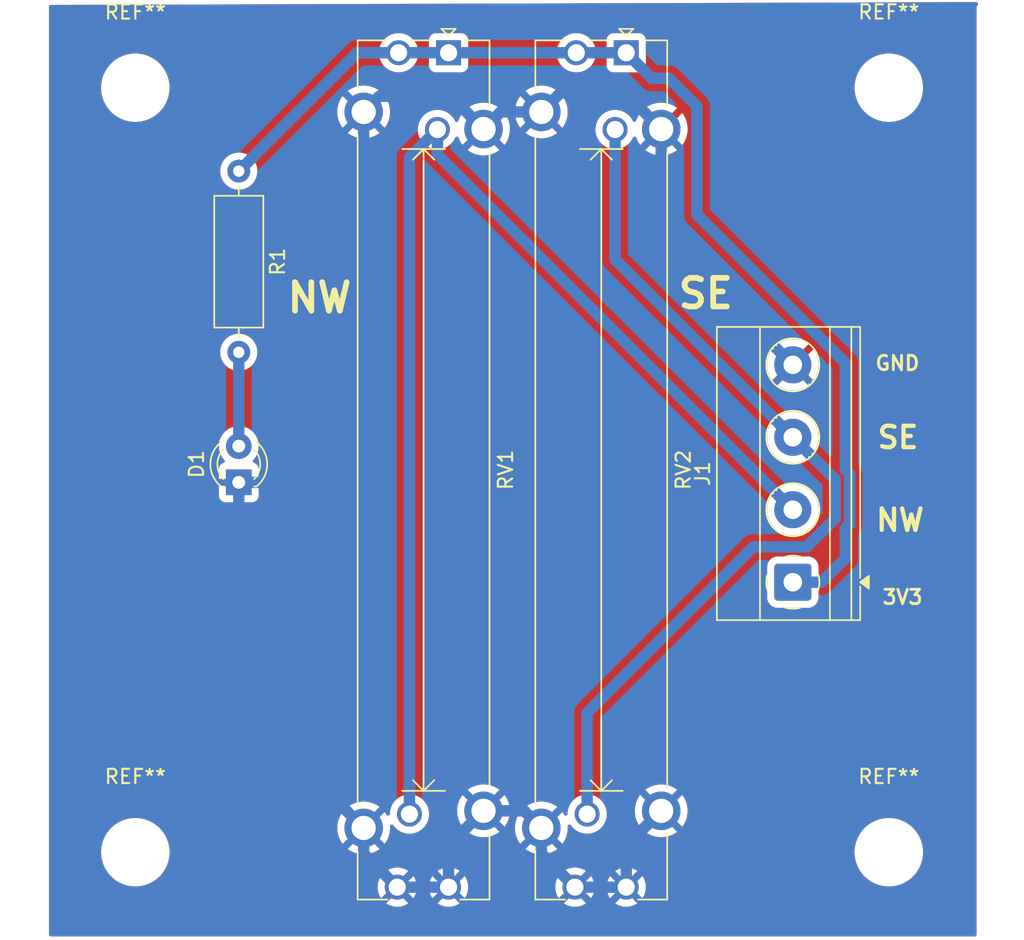
<source format=kicad_pcb>
(kicad_pcb (version 20241229) (generator "pcbnew") (generator_version "9.0")
  (layers (0 "F.Cu" signal) (2 "B.Cu" signal) (13 "F.Paste" user) (15 "B.Paste" user) (5 "F.SilkS" user "F.Silkscreen") (7 "B.SilkS" user "B.Silkscreen") (1 "F.Mask" user) (3 "B.Mask" user) (25 "Edge.Cuts" user))
  (net 0 "")
  (net 1 "+3.3V")
  (net 2 "Net-(J1-Pin_2)")
  (net 3 "Net-(J1-Pin_3)")
  (net 4 "GNDREF")
  (net 5 "Net-(D1-A)")
  (footprint "MountingHole:MountingHole_4.3mm_M4" (layer "F.Cu") (at 122.6 123.1)
    (property "Reference" "REF**" (at 0 -5.3 0) (layer "F.SilkS"))
    (property "Value" "MountingHole_4.3mm_M4")
    (pad "" np_thru_hole circle (at 0 0) (size 4.3 4.3) (drill 4.3) (layers "*.Cu" "*.Mask"))
  )
  (footprint "Potentiometer_THT:Potentiometer_Bourns_PTA4543_Single_Slide" (layer "F.Cu") (at 144.55 67.05 -90)
    (property "Reference" "RV1" (at 29.25 -4 90) (layer "F.SilkS"))
    (property "Value" "10k")
    (fp_line (start -0.87 6.37) (end 2.515 6.37) (stroke (width 0.12)) (layer "F.SilkS"))
    (fp_line (start 5.786 6.37) (end 52.715 6.37) (stroke (width 0.12)) (layer "F.SilkS"))
    (fp_line (start 55.986 6.37) (end 59.37 6.37) (stroke (width 0.12)) (layer "F.SilkS"))
    (fp_line (start -0.87 4.323) (end -0.87 6.37) (stroke (width 0.12)) (layer "F.SilkS"))
    (fp_line (start 59.37 4.29) (end 59.37 6.37) (stroke (width 0.12)) (layer "F.SilkS"))
    (fp_line (start 6.75 1.75) (end 7.5 2.5) (stroke (width 0.12)) (layer "F.SilkS"))
    (fp_line (start 6.75 1.75) (end 51.75 1.75) (stroke (width 0.12)) (layer "F.SilkS"))
    (fp_line (start 51.75 1.75) (end 51 2.5) (stroke (width 0.12)) (layer "F.SilkS"))
    (fp_line (start -0.87 1.175) (end -0.87 2.678) (stroke (width 0.12)) (layer "F.SilkS"))
    (fp_line (start 7.5 1) (end 6.75 1.75) (stroke (width 0.12)) (layer "F.SilkS"))
    (fp_line (start 51 1) (end 51.75 1.75) (stroke (width 0.12)) (layer "F.SilkS"))
    (fp_line (start -1.675 0.5) (end -1.175 0) (stroke (width 0.12)) (layer "F.SilkS"))
    (fp_line (start 6.75 0.25) (end 6.75 3.25) (stroke (width 0.12)) (layer "F.SilkS"))
    (fp_line (start 51.75 0.25) (end 51.75 3.25) (stroke (width 0.12)) (layer "F.SilkS"))
    (fp_line (start -1.175 0) (end -1.675 -0.5) (stroke (width 0.12)) (layer "F.SilkS"))
    (fp_line (start -1.675 -0.5) (end -1.675 0.5) (stroke (width 0.12)) (layer "F.SilkS"))
    (fp_line (start -0.87 -2.87) (end -0.87 -1.175) (stroke (width 0.12)) (layer "F.SilkS"))
    (fp_line (start -0.87 -2.87) (end 3.715 -2.87) (stroke (width 0.12)) (layer "F.SilkS"))
    (fp_line (start 6.986 -2.87) (end 51.515 -2.87) (stroke (width 0.12)) (layer "F.SilkS"))
    (fp_line (start 54.786 -2.87) (end 59.37 -2.87) (stroke (width 0.12)) (layer "F.SilkS"))
    (fp_line (start 59.37 -2.87) (end 59.37 -0.823) (stroke (width 0.12)) (layer "F.SilkS"))
    (pad "1" thru_hole rect (at 0 0 270) (size 1.75 1.75) (drill 1.2) (layers "*.Cu" "*.Mask") (net 1 "+3.3V"))
    (pad "1" thru_hole circle (at 0 3.5 270) (size 1.75 1.75) (drill 1.2) (layers "*.Cu" "*.Mask") (net 1 "+3.3V"))
    (pad "2" thru_hole circle (at 5.38 0.78 270) (size 1.75 1.75) (drill 1.2) (layers "*.Cu" "*.Mask") (net 2 "Net-(J1-Pin_2)"))
    (pad "2" thru_hole circle (at 53.38 2.74 270) (size 1.75 1.75) (drill 1.2) (layers "*.Cu" "*.Mask") (net 2 "Net-(J1-Pin_2)"))
    (pad "3" thru_hole circle (at 58.5 0 270) (size 1.75 1.75) (drill 1.2) (layers "*.Cu" "*.Mask") (net 4 "GNDREF"))
    (pad "3" thru_hole circle (at 58.5 3.5965 270) (size 1.75 1.75) (drill 1.2) (layers "*.Cu" "*.Mask") (net 4 "GNDREF"))
    (pad "MP" thru_hole circle (at 4.15 5.95 270) (size 2.7 2.7) (drill 1.7) (layers "*.Cu" "*.Mask") (net 4 "GNDREF"))
    (pad "MP" thru_hole circle (at 5.35 -2.45 270) (size 2.7 2.7) (drill 1.7) (layers "*.Cu" "*.Mask") (net 4 "GNDREF"))
    (pad "MP" thru_hole circle (at 53.15 -2.45 270) (size 2.7 2.7) (drill 1.7) (layers "*.Cu" "*.Mask") (net 4 "GNDREF"))
    (pad "MP" thru_hole circle (at 54.35 5.95 270) (size 2.7 2.7) (drill 1.7) (layers "*.Cu" "*.Mask") (net 4 "GNDREF"))
  )
  (footprint "MountingHole:MountingHole_4.3mm_M4" (layer "F.Cu") (at 122.6 69.5)
    (property "Reference" "REF**" (at 0 -5.3 0) (layer "F.SilkS"))
    (property "Value" "MountingHole_4.3mm_M4")
    (pad "" np_thru_hole circle (at 0 0) (size 4.3 4.3) (drill 4.3) (layers "*.Cu" "*.Mask"))
  )
  (footprint "MountingHole:MountingHole_4.3mm_M4" (layer "F.Cu") (at 175.4 123.1)
    (property "Reference" "REF**" (at 0 -5.3 0) (layer "F.SilkS"))
    (property "Value" "MountingHole_4.3mm_M4")
    (pad "" np_thru_hole circle (at 0 0) (size 4.3 4.3) (drill 4.3) (layers "*.Cu" "*.Mask"))
  )
  (footprint "LED_THT:LED_D3.0mm" (layer "F.Cu") (at 129.85 97.17 90)
    (property "Reference" "D1" (at 1.27 -2.96 90) (layer "F.SilkS"))
    (property "Value" "LED")
    (fp_line (start -0.29 -1.236) (end -0.29 -1.08) (stroke (width 0.12)) (layer "F.SilkS"))
    (fp_line (start -0.29 1.08) (end -0.29 1.236) (stroke (width 0.12)) (layer "F.SilkS"))
    (fp_arc (start -0.29 -1.235516) (mid 1.365624 -1.987701) (end 2.941397 -1.080061) (stroke (width 0.12)) (layer "F.SilkS"))
    (fp_arc (start 0.229039 -1.08) (mid 1.269964 -1.5) (end 2.31091 -1.080049) (stroke (width 0.12)) (layer "F.SilkS"))
    (fp_arc (start 2.31091 1.080049) (mid 1.269964 1.5) (end 0.229039 1.08) (stroke (width 0.12)) (layer "F.SilkS"))
    (fp_arc (start 2.941397 1.080061) (mid 1.365624 1.987701) (end -0.29 1.235516) (stroke (width 0.12)) (layer "F.SilkS"))
    (pad "1" thru_hole rect (at 0 0 90) (size 1.8 1.8) (drill 0.9) (layers "*.Cu" "*.Mask") (net 4 "GNDREF"))
    (pad "2" thru_hole circle (at 2.54 0 90) (size 1.8 1.8) (drill 0.9) (layers "*.Cu" "*.Mask") (net 5 "Net-(D1-A)"))
  )
  (footprint "TerminalBlock_Phoenix:TerminalBlock_Phoenix_MKDS-1,5-4-5.08_1x04_P5.08mm_Horizontal" (layer "F.Cu") (at 168.6725 104.17 90)
    (property "Reference" "J1" (at 7.62 -6.32 90) (layer "F.SilkS"))
    (property "Value" "Screw_Terminal_01x04")
    (fp_line (start 17.9 -5.32) (end 17.9 4.72) (stroke (width 0.12)) (layer "F.SilkS"))
    (fp_line (start -2.66 -5.32) (end 17.9 -5.32) (stroke (width 0.12)) (layer "F.SilkS"))
    (fp_line (start -2.66 -5.32) (end -2.66 4.72) (stroke (width 0.12)) (layer "F.SilkS"))
    (fp_line (start -2.66 -2.3) (end 17.9 -2.3) (stroke (width 0.12)) (layer "F.SilkS"))
    (fp_line (start 16.424 -1.411) (end 16.38 -1.367) (stroke (width 0.12)) (layer "F.SilkS"))
    (fp_line (start 11.344 -1.411) (end 11.3 -1.367) (stroke (width 0.12)) (layer "F.SilkS"))
    (fp_line (start 6.264 -1.411) (end 6.22 -1.367) (stroke (width 0.12)) (layer "F.SilkS"))
    (fp_line (start 16.651 -1.184) (end 16.607 -1.14) (stroke (width 0.12)) (layer "F.SilkS"))
    (fp_line (start 11.571 -1.184) (end 11.527 -1.14) (stroke (width 0.12)) (layer "F.SilkS"))
    (fp_line (start 6.491 -1.184) (end 6.447 -1.14) (stroke (width 0.12)) (layer "F.SilkS"))
    (fp_line (start 13.873 1.14) (end 13.829 1.183) (stroke (width 0.12)) (layer "F.SilkS"))
    (fp_line (start 8.793 1.14) (end 8.749 1.183) (stroke (width 0.12)) (layer "F.SilkS"))
    (fp_line (start 3.713 1.14) (end 3.669 1.183) (stroke (width 0.12)) (layer "F.SilkS"))
    (fp_line (start 14.1 1.367) (end 14.056 1.41) (stroke (width 0.12)) (layer "F.SilkS"))
    (fp_line (start 9.02 1.367) (end 8.976 1.41) (stroke (width 0.12)) (layer "F.SilkS"))
    (fp_line (start 3.94 1.367) (end 3.896 1.41) (stroke (width 0.12)) (layer "F.SilkS"))
    (fp_line (start -2.66 2.6) (end 17.9 2.6) (stroke (width 0.12)) (layer "F.SilkS"))
    (fp_line (start -2.66 4.1) (end 17.9 4.1) (stroke (width 0.12)) (layer "F.SilkS"))
    (fp_line (start 0.3 4.72) (end 17.9 4.72) (stroke (width 0.12)) (layer "F.SilkS"))
    (fp_line (start -2.66 4.72) (end -0.3 4.72) (stroke (width 0.12)) (layer "F.SilkS"))
    (fp_arc (start -0.54 -1.78) (mid -0.000355 -1.860107) (end 0.539321 -1.780206) (stroke (width 0.12)) (layer "F.SilkS"))
    (fp_arc (start 1.78 -0.54) (mid 1.860107 -0.000355) (end 1.780206 0.539321) (stroke (width 0.12)) (layer "F.SilkS"))
    (fp_arc (start -1.78 0.54) (mid -1.860107 0.000355) (end -1.780206 -0.539321) (stroke (width 0.12)) (layer "F.SilkS"))
    (fp_arc (start 0.54 1.78) (mid 0.000355 1.860107) (end -0.539321 1.780206) (stroke (width 0.12)) (layer "F.SilkS"))
    (fp_circle (center 15.24 0) (end 17.1 0) (stroke (width 0.12)) (fill no) (layer "F.SilkS"))
    (fp_circle (center 10.16 0) (end 12.02 0) (stroke (width 0.12)) (fill no) (layer "F.SilkS"))
    (fp_circle (center 5.08 0) (end 6.94 0) (stroke (width 0.12)) (fill no) (layer "F.SilkS"))
    (fp_poly (pts (xy 0 4.72) (xy 0.44 5.33) (xy -0.44 5.33) (xy 0 4.72)) (stroke (width 0.12)) (fill yes) (layer "F.SilkS"))
    (pad "1" thru_hole roundrect (at 0 0 90) (size 2.6 2.6) (drill 1.3) (layers "*.Cu" "*.Mask") (roundrect_rratio 0.096154) (net 1 "+3.3V"))
    (pad "2" thru_hole circle (at 5.08 0 90) (size 2.6 2.6) (drill 1.3) (layers "*.Cu" "*.Mask") (net 2 "Net-(J1-Pin_2)"))
    (pad "3" thru_hole circle (at 10.16 0 90) (size 2.6 2.6) (drill 1.3) (layers "*.Cu" "*.Mask") (net 3 "Net-(J1-Pin_3)"))
    (pad "4" thru_hole circle (at 15.24 0 90) (size 2.6 2.6) (drill 1.3) (layers "*.Cu" "*.Mask") (net 4 "GNDREF"))
  )
  (footprint "MountingHole:MountingHole_4.3mm_M4" (layer "F.Cu") (at 175.4 69.5)
    (property "Reference" "REF**" (at 0 -5.3 0) (layer "F.SilkS"))
    (property "Value" "MountingHole_4.3mm_M4")
    (pad "" np_thru_hole circle (at 0 0) (size 4.3 4.3) (drill 4.3) (layers "*.Cu" "*.Mask"))
  )
  (footprint "Potentiometer_THT:Potentiometer_Bourns_PTA4543_Single_Slide" (layer "F.Cu") (at 157 67.05 -90)
    (property "Reference" "RV2" (at 29.25 -4 90) (layer "F.SilkS"))
    (property "Value" "10k")
    (fp_line (start -0.87 6.37) (end 2.515 6.37) (stroke (width 0.12)) (layer "F.SilkS"))
    (fp_line (start 5.786 6.37) (end 52.715 6.37) (stroke (width 0.12)) (layer "F.SilkS"))
    (fp_line (start 55.986 6.37) (end 59.37 6.37) (stroke (width 0.12)) (layer "F.SilkS"))
    (fp_line (start -0.87 4.323) (end -0.87 6.37) (stroke (width 0.12)) (layer "F.SilkS"))
    (fp_line (start 59.37 4.29) (end 59.37 6.37) (stroke (width 0.12)) (layer "F.SilkS"))
    (fp_line (start 6.75 1.75) (end 7.5 2.5) (stroke (width 0.12)) (layer "F.SilkS"))
    (fp_line (start 6.75 1.75) (end 51.75 1.75) (stroke (width 0.12)) (layer "F.SilkS"))
    (fp_line (start 51.75 1.75) (end 51 2.5) (stroke (width 0.12)) (layer "F.SilkS"))
    (fp_line (start -0.87 1.175) (end -0.87 2.678) (stroke (width 0.12)) (layer "F.SilkS"))
    (fp_line (start 7.5 1) (end 6.75 1.75) (stroke (width 0.12)) (layer "F.SilkS"))
    (fp_line (start 51 1) (end 51.75 1.75) (stroke (width 0.12)) (layer "F.SilkS"))
    (fp_line (start -1.675 0.5) (end -1.175 0) (stroke (width 0.12)) (layer "F.SilkS"))
    (fp_line (start 6.75 0.25) (end 6.75 3.25) (stroke (width 0.12)) (layer "F.SilkS"))
    (fp_line (start 51.75 0.25) (end 51.75 3.25) (stroke (width 0.12)) (layer "F.SilkS"))
    (fp_line (start -1.175 0) (end -1.675 -0.5) (stroke (width 0.12)) (layer "F.SilkS"))
    (fp_line (start -1.675 -0.5) (end -1.675 0.5) (stroke (width 0.12)) (layer "F.SilkS"))
    (fp_line (start -0.87 -2.87) (end -0.87 -1.175) (stroke (width 0.12)) (layer "F.SilkS"))
    (fp_line (start -0.87 -2.87) (end 3.715 -2.87) (stroke (width 0.12)) (layer "F.SilkS"))
    (fp_line (start 6.986 -2.87) (end 51.515 -2.87) (stroke (width 0.12)) (layer "F.SilkS"))
    (fp_line (start 54.786 -2.87) (end 59.37 -2.87) (stroke (width 0.12)) (layer "F.SilkS"))
    (fp_line (start 59.37 -2.87) (end 59.37 -0.823) (stroke (width 0.12)) (layer "F.SilkS"))
    (pad "1" thru_hole rect (at 0 0 270) (size 1.75 1.75) (drill 1.2) (layers "*.Cu" "*.Mask") (net 1 "+3.3V"))
    (pad "1" thru_hole circle (at 0 3.5 270) (size 1.75 1.75) (drill 1.2) (layers "*.Cu" "*.Mask") (net 1 "+3.3V"))
    (pad "2" thru_hole circle (at 5.38 0.78 270) (size 1.75 1.75) (drill 1.2) (layers "*.Cu" "*.Mask") (net 3 "Net-(J1-Pin_3)"))
    (pad "2" thru_hole circle (at 53.38 2.74 270) (size 1.75 1.75) (drill 1.2) (layers "*.Cu" "*.Mask") (net 3 "Net-(J1-Pin_3)"))
    (pad "3" thru_hole circle (at 58.5 0 270) (size 1.75 1.75) (drill 1.2) (layers "*.Cu" "*.Mask") (net 4 "GNDREF"))
    (pad "3" thru_hole circle (at 58.5 3.5965 270) (size 1.75 1.75) (drill 1.2) (layers "*.Cu" "*.Mask") (net 4 "GNDREF"))
    (pad "MP" thru_hole circle (at 4.15 5.95 270) (size 2.7 2.7) (drill 1.7) (layers "*.Cu" "*.Mask") (net 4 "GNDREF"))
    (pad "MP" thru_hole circle (at 5.35 -2.45 270) (size 2.7 2.7) (drill 1.7) (layers "*.Cu" "*.Mask") (net 4 "GNDREF"))
    (pad "MP" thru_hole circle (at 53.15 -2.45 270) (size 2.7 2.7) (drill 1.7) (layers "*.Cu" "*.Mask") (net 4 "GNDREF"))
    (pad "MP" thru_hole circle (at 54.35 5.95 270) (size 2.7 2.7) (drill 1.7) (layers "*.Cu" "*.Mask") (net 4 "GNDREF"))
  )
  (footprint "Resistor_THT:R_Axial_DIN0309_L9.0mm_D3.2mm_P12.70mm_Horizontal" (layer "F.Cu") (at 129.85 75.35 -90)
    (property "Reference" "R1" (at 6.35 -2.72 90) (layer "F.SilkS"))
    (property "Value" "220")
    (fp_line (start 1.73 1.72) (end 10.97 1.72) (stroke (width 0.12)) (layer "F.SilkS"))
    (fp_line (start 10.97 1.72) (end 10.97 -1.72) (stroke (width 0.12)) (layer "F.SilkS"))
    (fp_line (start 1.04 0) (end 1.73 0) (stroke (width 0.12)) (layer "F.SilkS"))
    (fp_line (start 11.66 0) (end 10.97 0) (stroke (width 0.12)) (layer "F.SilkS"))
    (fp_line (start 1.73 -1.72) (end 1.73 1.72) (stroke (width 0.12)) (layer "F.SilkS"))
    (fp_line (start 10.97 -1.72) (end 1.73 -1.72) (stroke (width 0.12)) (layer "F.SilkS"))
    (pad "1" thru_hole circle (at 0 0 270) (size 1.6 1.6) (drill 0.8) (layers "*.Cu" "*.Mask") (net 1 "+3.3V"))
    (pad "2" thru_hole oval (at 12.7 0 270) (size 1.6 1.6) (drill 0.8) (layers "*.Cu" "*.Mask") (net 5 "Net-(D1-A)"))
  )
  (gr_text "NW" (at 174.35 100.7 0) (layer "F.SilkS") (effects (font (size 1.5 1.5) (thickness 0.3) (bold yes)) (justify left bottom)))
  (gr_text "SE" (at 160.45 85.1 0) (layer "F.SilkS") (effects (font (size 2 2) (thickness 0.4) (bold yes)) (justify left bottom)))
  (gr_text "GND" (at 174.35 89.4 0) (layer "F.SilkS") (effects (font (size 1 1) (thickness 0.2) (bold yes)) (justify left bottom)))
  (gr_text "SE" (at 174.45 94.9 0) (layer "F.SilkS") (effects (font (size 1.5 1.5) (thickness 0.3) (bold yes)) (justify left bottom)))
  (gr_text "3V3" (at 174.85 105.8 0) (layer "F.SilkS") (effects (font (size 1 1) (thickness 0.2) (bold yes)) (justify left bottom)))
  (gr_text "NW" (at 133.05 85.4 0) (layer "F.SilkS") (effects (font (size 2 2) (thickness 0.4) (bold yes)) (justify left bottom)))
  (segment (start 172.651 100.114628) (end 172.35 100.415628) (width 0.8) (layer "B.Cu") (net 1))
  (segment (start 172.35 96.271872) (end 172.651 96.572872) (width 0.8) (layer "B.Cu") (net 1))
  (segment (start 172.35 100.415628) (end 172.35 102.5) (width 0.8) (layer "B.Cu") (net 1))
  (segment (start 144.55 67.05) (end 153.5 67.05) (width 0.8) (layer "B.Cu") (net 1))
  (segment (start 141.05 67.05) (end 144.55 67.05) (width 0.8) (layer "B.Cu") (net 1))
  (segment (start 158.799 68.849) (end 159.999 68.849) (width 0.8) (layer "B.Cu") (net 1))
  (segment (start 161.95 78.4) (end 172.35 88.8) (width 0.8) (layer "B.Cu") (net 1))
  (segment (start 172.651 96.572872) (end 172.651 100.114628) (width 0.8) (layer "B.Cu") (net 1))
  (segment (start 138.15 67.05) (end 141.05 67.05) (width 0.8) (layer "B.Cu") (net 1))
  (segment (start 159.999 68.849) (end 161.95 70.8) (width 0.8) (layer "B.Cu") (net 1))
  (segment (start 129.85 75.35) (end 138.15 67.05) (width 0.8) (layer "B.Cu") (net 1))
  (segment (start 170.68 104.17) (end 168.6725 104.17) (width 0.8) (layer "B.Cu") (net 1))
  (segment (start 157 67.05) (end 158.799 68.849) (width 0.8) (layer "B.Cu") (net 1))
  (segment (start 161.95 70.8) (end 161.95 78.4) (width 0.8) (layer "B.Cu") (net 1))
  (segment (start 153.5 67.05) (end 157 67.05) (width 0.8) (layer "B.Cu") (net 1))
  (segment (start 172.35 88.8) (end 172.35 96.271872) (width 0.8) (layer "B.Cu") (net 1))
  (segment (start 172.35 102.5) (end 170.68 104.17) (width 0.8) (layer "B.Cu") (net 1))
  (segment (start 141.81 74.39) (end 143.77 72.43) (width 0.8) (layer "B.Cu") (net 2))
  (segment (start 168.6725 99.09) (end 143.77 74.1875) (width 0.8) (layer "B.Cu") (net 2))
  (segment (start 143.77 74.1875) (end 143.77 72.43) (width 0.8) (layer "B.Cu") (net 2))
  (segment (start 141.81 120.43) (end 141.81 74.39) (width 0.8) (layer "B.Cu") (net 2))
  (segment (start 168.6725 94.01) (end 171.65 96.9875) (width 0.8) (layer "B.Cu") (net 3))
  (segment (start 171.65 99.7) (end 169.65 101.7) (width 0.8) (layer "B.Cu") (net 3))
  (segment (start 156.22 81.5575) (end 156.22 72.43) (width 0.8) (layer "B.Cu") (net 3))
  (segment (start 154.26 113.331038) (end 154.26 120.43) (width 0.8) (layer "B.Cu") (net 3))
  (segment (start 169.34 94.01) (end 168.6725 94.01) (width 0.8) (layer "B.Cu") (net 3))
  (segment (start 165.891038 101.7) (end 154.26 113.331038) (width 0.8) (layer "B.Cu") (net 3))
  (segment (start 168.6725 94.01) (end 156.22 81.5575) (width 0.8) (layer "B.Cu") (net 3))
  (segment (start 171.65 96.9875) (end 171.65 99.7) (width 0.8) (layer "B.Cu") (net 3))
  (segment (start 169.65 101.7) (end 165.891038 101.7) (width 0.8) (layer "B.Cu") (net 3))
  (segment (start 129.85 112.65) (end 138.6 121.4) (width 0.8) (layer "B.Cu") (net 4))
  (segment (start 144.7 70.1) (end 139.7 70.1) (width 0.8) (layer "B.Cu") (net 4))
  (segment (start 151.05 71.2) (end 148.2 71.2) (width 0.8) (layer "B.Cu") (net 4))
  (segment (start 138.6 123.1965) (end 140.9535 125.55) (width 0.8) (layer "B.Cu") (net 4))
  (segment (start 157 125.55) (end 157 122.65) (width 0.8) (layer "B.Cu") (net 4))
  (segment (start 157 122.65) (end 159.45 120.2) (width 0.8) (layer "B.Cu") (net 4))
  (segment (start 159.45 79.7075) (end 168.6725 88.93) (width 0.8) (layer "B.Cu") (net 4))
  (segment (start 138.6 121.4) (end 138.6 123.1965) (width 0.8) (layer "B.Cu") (net 4))
  (segment (start 159.45 72.4) (end 159.45 79.7075) (width 0.8) (layer "B.Cu") (net 4))
  (segment (start 156.9 69.85) (end 152.4 69.85) (width 0.8) (layer "B.Cu") (net 4))
  (segment (start 153.4035 125.55) (end 157 125.55) (width 0.8) (layer "B.Cu") (net 4))
  (segment (start 149.85 120.2) (end 151.05 121.4) (width 0.8) (layer "B.Cu") (net 4))
  (segment (start 138.6 90.25) (end 138.6 71.2) (width 0.8) (layer "B.Cu") (net 4))
  (segment (start 129.85 97.57) (end 129.85 112.65) (width 0.8) (layer "B.Cu") (net 4))
  (segment (start 131.68 97.17) (end 138.6 90.25) (width 0.8) (layer "B.Cu") (net 4))
  (segment (start 144.55 125.55) (end 144.55 122.65) (width 0.8) (layer "B.Cu") (net 4))
  (segment (start 147 120.2) (end 149.85 120.2) (width 0.8) (layer "B.Cu") (net 4))
  (segment (start 159.45 72.4) (end 156.9 69.85) (width 0.8) (layer "B.Cu") (net 4))
  (segment (start 129.85 97.17) (end 131.68 97.17) (width 0.8) (layer "B.Cu") (net 4))
  (segment (start 140.9535 125.55) (end 144.55 125.55) (width 0.8) (layer "B.Cu") (net 4))
  (segment (start 151.05 123.1965) (end 153.4035 125.55) (width 0.8) (layer "B.Cu") (net 4))
  (segment (start 147 72.4) (end 144.7 70.1) (width 0.8) (layer "B.Cu") (net 4))
  (segment (start 144.55 122.65) (end 147 120.2) (width 0.8) (layer "B.Cu") (net 4))
  (segment (start 151.05 121.4) (end 151.05 123.1965) (width 0.8) (layer "B.Cu") (net 4))
  (segment (start 139.7 70.1) (end 138.6 71.2) (width 0.8) (layer "B.Cu") (net 4))
  (segment (start 148.2 71.2) (end 147 72.4) (width 0.8) (layer "B.Cu") (net 4))
  (segment (start 152.4 69.85) (end 151.05 71.2) (width 0.8) (layer "B.Cu") (net 4))
  (segment (start 129.85 88.05) (end 129.85 94.63) (width 0.8) (layer "B.Cu") (net 5))
  (zone (net 4) (net_name "GNDREF") (layers "F.Cu" "B.Cu") (connect_pads (clearance 0.5)) (min_thickness 0.25) (fill yes (thermal_gap 0.5) (thermal_bridge_width 0.5))
    (polygon (pts (xy 181.55 63.8) (xy 181.55 129) (xy 116.55 129) (xy 116.55 63.7) (xy 181.65 63.5) (xy 181.65 63.8) (xy 181.45 63.8)))
  )
)
</source>
